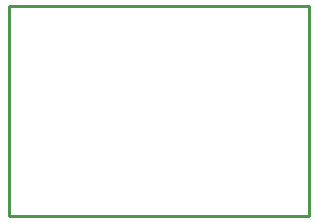
<source format=gbr>
G04 EAGLE Gerber RS-274X export*
G75*
%MOMM*%
%FSLAX34Y34*%
%LPD*%
%IN*%
%IPPOS*%
%AMOC8*
5,1,8,0,0,1.08239X$1,22.5*%
G01*
%ADD10C,0.254000*%


D10*
X0Y0D02*
X254000Y0D01*
X254000Y177800D01*
X0Y177800D01*
X0Y0D01*
M02*

</source>
